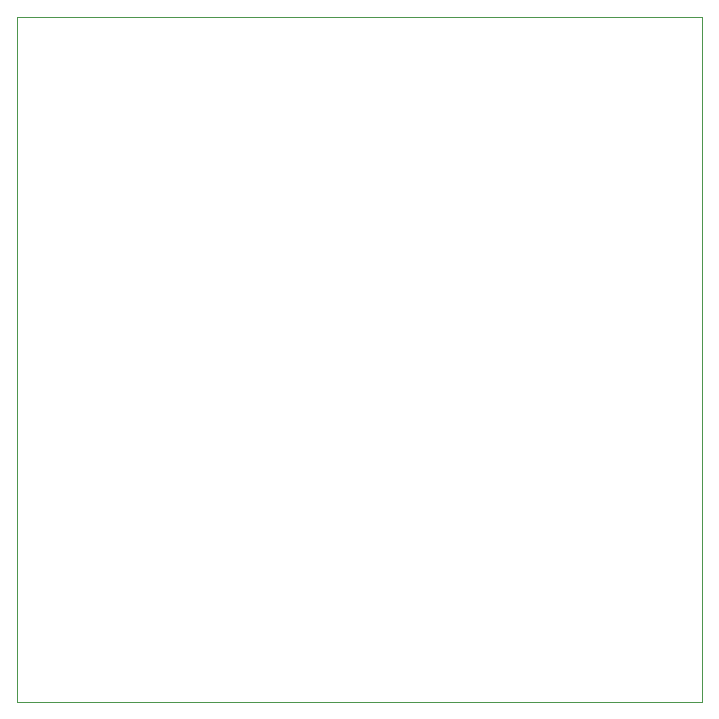
<source format=gbr>
%TF.GenerationSoftware,Altium Limited,Altium Designer,21.4.1 (30)*%
G04 Layer_Color=0*
%FSLAX42Y42*%
%MOMM*%
%TF.SameCoordinates,A5F8CCB8-1AD9-4863-A32E-EE0D6D21C85A*%
%TF.FilePolarity,Positive*%
%TF.FileFunction,Profile,NP*%
%TF.Part,Single*%
G01*
G75*
%TA.AperFunction,Profile*%
%ADD92C,0.03*%
D92*
X-2900Y-2900D02*
Y2900D01*
X2900D01*
Y-2900D01*
X-2900D01*
%TF.MD5,5c3deffc7a888b4ae9d98909447044af*%
M02*

</source>
